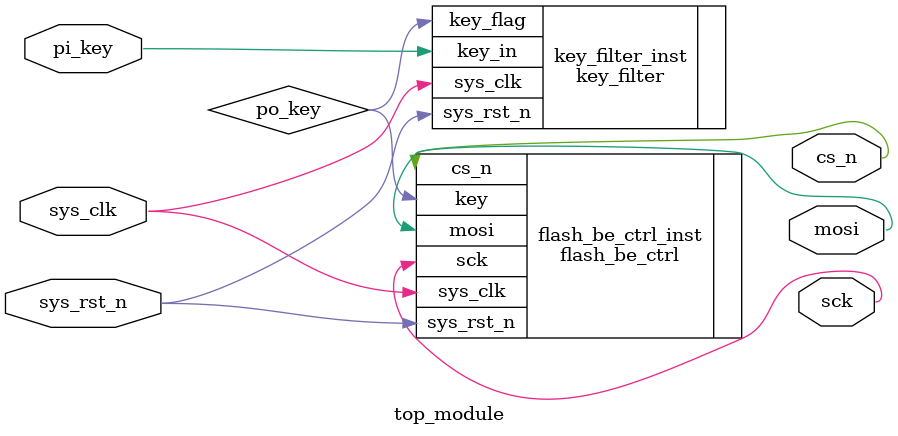
<source format=v>
module top_module (
    input wire sys_clk,
    input wire sys_rst_n,
    input wire pi_key,
    output wire sck,
    output wire cs_n,
    output wire mosi
);

    wire po_key;

    key_filter key_filter_inst (
        .sys_clk(sys_clk),
        .sys_rst_n(sys_rst_n),
        .key_in(pi_key),
        .key_flag(po_key)
    );

    flash_be_ctrl flash_be_ctrl_inst (
        .sys_clk(sys_clk),
        .key(po_key),
        .sys_rst_n(sys_rst_n),
        .sck(sck),
        .cs_n(cs_n),
        .mosi(mosi)
    );
    
endmodule
</source>
